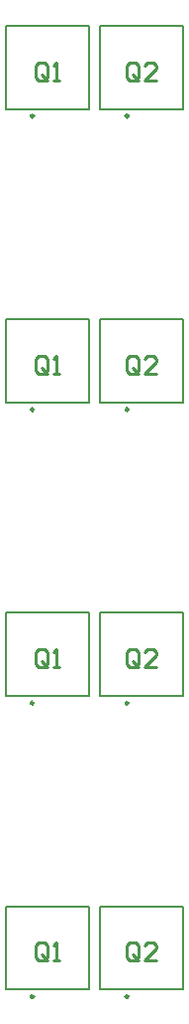
<source format=gbo>
G04*
G04 #@! TF.GenerationSoftware,Altium Limited,Altium Designer,21.4.1 (30)*
G04*
G04 Layer_Color=32896*
%FSLAX44Y44*%
%MOMM*%
G71*
G04*
G04 #@! TF.SameCoordinates,631D65B1-6611-40AA-A89E-A9A581605989*
G04*
G04*
G04 #@! TF.FilePolarity,Positive*
G04*
G01*
G75*
%ADD20C,0.2000*%
%ADD60C,0.2500*%
%ADD61C,0.2540*%
D20*
X2742780Y1618295D02*
Y1689295D01*
X2813780D02*
X2742780D01*
X2813780Y1618295D02*
Y1689295D01*
Y1618295D02*
X2742780D01*
X2661754D02*
Y1689295D01*
X2732754D02*
X2661754D01*
X2732754Y1618295D02*
Y1689295D01*
Y1618295D02*
X2661754D01*
X2742780Y1868295D02*
Y1939295D01*
X2813780D02*
X2742780D01*
X2813780Y1868295D02*
Y1939295D01*
Y1868295D02*
X2742780D01*
X2661754D02*
Y1939295D01*
X2732754D02*
X2661754D01*
X2732754Y1868295D02*
Y1939295D01*
Y1868295D02*
X2661754D01*
X2742780Y2118295D02*
Y2189295D01*
X2813780D02*
X2742780D01*
X2813780Y2118295D02*
Y2189295D01*
Y2118295D02*
X2742780D01*
X2661754D02*
Y2189295D01*
X2732754D02*
X2661754D01*
X2732754Y2118295D02*
Y2189295D01*
Y2118295D02*
X2661754D01*
X2742780Y2368295D02*
Y2439295D01*
X2813780D02*
X2742780D01*
X2813780Y2368295D02*
Y2439295D01*
Y2368295D02*
X2742780D01*
X2661754D02*
Y2439295D01*
X2732754D02*
X2661754D01*
X2732754Y2368295D02*
Y2439295D01*
Y2368295D02*
X2661754D01*
D60*
X2764330Y1612295D02*
G03*
X2764330Y1612295I1250J0D01*
G01*
X2683304D02*
G03*
X2683304Y1612295I1250J0D01*
G01*
X2764330Y1862295D02*
G03*
X2764330Y1862295I1250J0D01*
G01*
X2683304D02*
G03*
X2683304Y1862295I1250J0D01*
G01*
X2764330Y2112295D02*
G03*
X2764330Y2112295I1250J0D01*
G01*
X2683304D02*
G03*
X2683304Y2112295I1250J0D01*
G01*
X2764330Y2362295D02*
G03*
X2764330Y2362295I1250J0D01*
G01*
X2683304D02*
G03*
X2683304Y2362295I1250J0D01*
G01*
D61*
X2775737Y1645412D02*
Y1655569D01*
X2773198Y1658108D01*
X2768119D01*
X2765580Y1655569D01*
Y1645412D01*
X2768119Y1642873D01*
X2773198D01*
X2770658Y1647951D02*
X2775737Y1642873D01*
X2773198D02*
X2775737Y1645412D01*
X2790972Y1642873D02*
X2780815D01*
X2790972Y1653030D01*
Y1655569D01*
X2788433Y1658108D01*
X2783354D01*
X2780815Y1655569D01*
X2697251Y1645412D02*
Y1655569D01*
X2694712Y1658108D01*
X2689633D01*
X2687094Y1655569D01*
Y1645412D01*
X2689633Y1642873D01*
X2694712D01*
X2692173Y1647951D02*
X2697251Y1642873D01*
X2694712D02*
X2697251Y1645412D01*
X2702329Y1642873D02*
X2707408D01*
X2704868D01*
Y1658108D01*
X2702329Y1655569D01*
X2775737Y1895412D02*
Y1905569D01*
X2773198Y1908108D01*
X2768119D01*
X2765580Y1905569D01*
Y1895412D01*
X2768119Y1892873D01*
X2773198D01*
X2770658Y1897951D02*
X2775737Y1892873D01*
X2773198D02*
X2775737Y1895412D01*
X2790972Y1892873D02*
X2780815D01*
X2790972Y1903030D01*
Y1905569D01*
X2788433Y1908108D01*
X2783354D01*
X2780815Y1905569D01*
X2697251Y1895412D02*
Y1905569D01*
X2694712Y1908108D01*
X2689633D01*
X2687094Y1905569D01*
Y1895412D01*
X2689633Y1892873D01*
X2694712D01*
X2692173Y1897951D02*
X2697251Y1892873D01*
X2694712D02*
X2697251Y1895412D01*
X2702329Y1892873D02*
X2707408D01*
X2704868D01*
Y1908108D01*
X2702329Y1905569D01*
X2775737Y2145412D02*
Y2155569D01*
X2773198Y2158108D01*
X2768119D01*
X2765580Y2155569D01*
Y2145412D01*
X2768119Y2142873D01*
X2773198D01*
X2770658Y2147951D02*
X2775737Y2142873D01*
X2773198D02*
X2775737Y2145412D01*
X2790972Y2142873D02*
X2780815D01*
X2790972Y2153030D01*
Y2155569D01*
X2788433Y2158108D01*
X2783354D01*
X2780815Y2155569D01*
X2697251Y2145412D02*
Y2155569D01*
X2694712Y2158108D01*
X2689633D01*
X2687094Y2155569D01*
Y2145412D01*
X2689633Y2142873D01*
X2694712D01*
X2692173Y2147951D02*
X2697251Y2142873D01*
X2694712D02*
X2697251Y2145412D01*
X2702329Y2142873D02*
X2707408D01*
X2704868D01*
Y2158108D01*
X2702329Y2155569D01*
X2775737Y2395412D02*
Y2405569D01*
X2773198Y2408108D01*
X2768119D01*
X2765580Y2405569D01*
Y2395412D01*
X2768119Y2392873D01*
X2773198D01*
X2770658Y2397951D02*
X2775737Y2392873D01*
X2773198D02*
X2775737Y2395412D01*
X2790972Y2392873D02*
X2780815D01*
X2790972Y2403030D01*
Y2405569D01*
X2788433Y2408108D01*
X2783354D01*
X2780815Y2405569D01*
X2697251Y2395412D02*
Y2405569D01*
X2694712Y2408108D01*
X2689633D01*
X2687094Y2405569D01*
Y2395412D01*
X2689633Y2392873D01*
X2694712D01*
X2692173Y2397951D02*
X2697251Y2392873D01*
X2694712D02*
X2697251Y2395412D01*
X2702329Y2392873D02*
X2707408D01*
X2704868D01*
Y2408108D01*
X2702329Y2405569D01*
M02*

</source>
